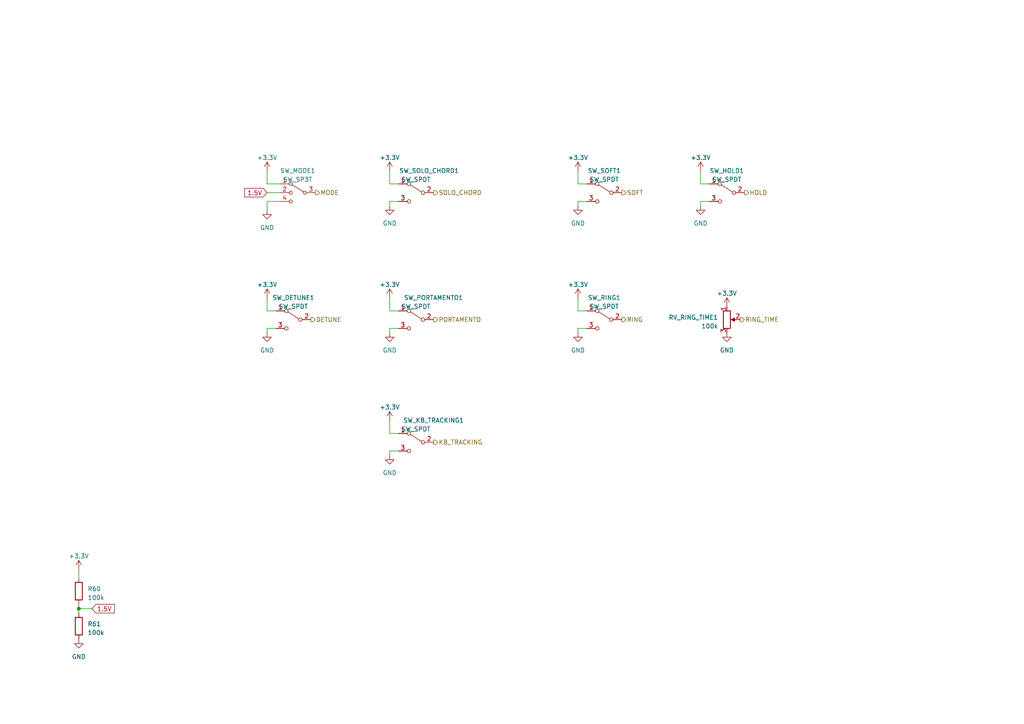
<source format=kicad_sch>
(kicad_sch (version 20230121) (generator eeschema)
  (paper "A4")
  (lib_symbols
    (symbol "Device:R" (pin_numbers hide) (pin_names (offset 0))
      (property "Reference" "R" (at 2.032 0 90))
      (property "Value" "R" (at 0 0 90))
      (symbol "R_0_1"
        (rectangle (start -1.016 -2.54) (end 1.016 2.54) (stroke (width 0.254)))
      )
      (symbol "R_1_1"
        (pin passive line (at 0 3.81 270) (length 1.27) (name "~") (number "1"))
        (pin passive line (at 0 -3.81 90) (length 1.27) (name "~") (number "2"))
      )
    )
    (symbol "Device:R_Potentiometer" (pin_names (offset 1.016) hide)
      (property "Reference" "RV" (at -4.445 0 90))
      (property "Value" "R_Potentiometer" (at -2.54 0 90))
      (symbol "R_Potentiometer_0_1"
        (polyline (pts (xy 2.54 0) (xy 1.524 0)))
        (polyline (pts (xy 1.143 0) (xy 2.286 0.508) (xy 2.286 -0.508) (xy 1.143 0)) (fill (type outline)))
        (rectangle (start 1.016 2.54) (end -1.016 -2.54) (stroke (width 0.254)))
      )
      (symbol "R_Potentiometer_1_1"
        (pin passive line (at 0 3.81 270) (length 1.27) (name "1") (number "1"))
        (pin passive line (at 3.81 0 180) (length 1.27) (name "2") (number "2"))
        (pin passive line (at 0 -3.81 90) (length 1.27) (name "3") (number "3"))
      )
    )
    (symbol "Switch:SW_SP3T" (pin_names (offset 0) hide)
      (property "Reference" "SW" (at 0 5.08 0))
      (property "Value" "SW_SP3T" (at 0 -5.08 0))
      (symbol "SW_SP3T_0_1"
        (circle (center -2.032 0) (radius 0.4572))
        (polyline (pts (xy -1.651 0.254) (xy 1.651 2.286)))
        (circle (center 2.032 -2.54) (radius 0.4572))
        (circle (center 2.032 0) (radius 0.4572))
        (circle (center 2.032 2.54) (radius 0.4572))
      )
      (symbol "SW_SP3T_1_1"
        (pin passive line (at 5.08 2.54 180) (length 2.54) (name "1") (number "1"))
        (pin passive line (at 5.08 0 180) (length 2.54) (name "2") (number "2"))
        (pin passive line (at -5.08 0 0) (length 2.54) (name "3") (number "3"))
        (pin passive line (at 5.08 -2.54 180) (length 2.54) (name "4") (number "4"))
      )
    )
    (symbol "Switch:SW_SPDT" (pin_names (offset 0) hide)
      (property "Reference" "SW" (at 0 4.318 0))
      (property "Value" "SW_SPDT" (at 0 -5.08 0))
      (symbol "SW_SPDT_0_0"
        (circle (center -2.032 0) (radius 0.508))
        (circle (center 2.032 -2.54) (radius 0.508))
      )
      (symbol "SW_SPDT_0_1"
        (polyline (pts (xy -1.524 0.254) (xy 1.651 2.286)))
        (circle (center 2.032 2.54) (radius 0.508))
      )
      (symbol "SW_SPDT_1_1"
        (pin passive line (at 5.08 2.54 180) (length 2.54) (name "A") (number "1"))
        (pin passive line (at -5.08 0 0) (length 2.54) (name "B") (number "2"))
        (pin passive line (at 5.08 -2.54 180) (length 2.54) (name "C") (number "3"))
      )
    )
    (symbol "power:+3.3V" (power) (pin_names (offset 0))
      (property "Value" "+3.3V" (at 0 3.556 0))
      (symbol "+3.3V_0_1"
        (polyline (pts (xy -0.762 1.27) (xy 0 2.54)))
        (polyline (pts (xy 0 0) (xy 0 2.54)))
        (polyline (pts (xy 0 2.54) (xy 0.762 1.27)))
      )
      (symbol "+3.3V_1_1"
        (pin power_in line (at 0 0 90) (length 0) hide (name "+3.3V") (number "1"))
      )
    )
    (symbol "power:GND" (power) (pin_names (offset 0))
      (property "Value" "GND" (at 0 -3.81 0))
      (symbol "GND_0_1"
        (polyline (pts (xy 0 0) (xy 0 -1.27) (xy 1.27 -1.27) (xy 0 -2.54) (xy -1.27 -1.27) (xy 0 -1.27)))
      )
      (symbol "GND_1_1"
        (pin power_in line (at 0 0 270) (length 0) hide (name "GND") (number "1"))
      )
    )
  )
  (junction (at 22.86 176.53))
  (wire (pts (xy 77.47 55.88) (xy 81.28 55.88)))
  (wire (pts (xy 167.64 86.36) (xy 167.64 90.17)))
  (wire (pts (xy 167.64 53.34) (xy 170.18 53.34)))
  (wire (pts (xy 113.03 58.42) (xy 113.03 59.69)))
  (wire (pts (xy 203.2 53.34) (xy 205.74 53.34)))
  (wire (pts (xy 113.03 90.17) (xy 115.57 90.17)))
  (wire (pts (xy 22.86 176.53) (xy 26.67 176.53)))
  (wire (pts (xy 77.47 58.42) (xy 81.28 58.42)))
  (wire (pts (xy 113.03 130.81) (xy 113.03 132.08)))
  (wire (pts (xy 203.2 49.53) (xy 203.2 53.34)))
  (wire (pts (xy 22.86 176.53) (xy 22.86 177.8)))
  (wire (pts (xy 170.18 58.42) (xy 167.64 58.42)))
  (wire (pts (xy 77.47 86.36) (xy 77.47 90.17)))
  (wire (pts (xy 113.03 53.34) (xy 115.57 53.34)))
  (wire (pts (xy 113.03 49.53) (xy 113.03 53.34)))
  (wire (pts (xy 167.64 90.17) (xy 170.18 90.17)))
  (wire (pts (xy 77.47 90.17) (xy 80.01 90.17)))
  (wire (pts (xy 167.64 49.53) (xy 167.64 53.34)))
  (wire (pts (xy 115.57 58.42) (xy 113.03 58.42)))
  (wire (pts (xy 205.74 58.42) (xy 203.2 58.42)))
  (wire (pts (xy 113.03 125.73) (xy 115.57 125.73)))
  (wire (pts (xy 167.64 58.42) (xy 167.64 59.69)))
  (wire (pts (xy 77.47 53.34) (xy 81.28 53.34)))
  (wire (pts (xy 22.86 165.1) (xy 22.86 167.64)))
  (wire (pts (xy 115.57 130.81) (xy 113.03 130.81)))
  (wire (pts (xy 115.57 95.25) (xy 113.03 95.25)))
  (wire (pts (xy 170.18 95.25) (xy 167.64 95.25)))
  (wire (pts (xy 80.01 95.25) (xy 77.47 95.25)))
  (wire (pts (xy 77.47 49.53) (xy 77.47 53.34)))
  (wire (pts (xy 77.47 60.96) (xy 77.47 58.42)))
  (wire (pts (xy 203.2 58.42) (xy 203.2 59.69)))
  (wire (pts (xy 113.03 121.92) (xy 113.03 125.73)))
  (wire (pts (xy 167.64 95.25) (xy 167.64 96.52)))
  (wire (pts (xy 113.03 86.36) (xy 113.03 90.17)))
  (wire (pts (xy 113.03 95.25) (xy 113.03 96.52)))
  (wire (pts (xy 22.86 175.26) (xy 22.86 176.53)))
  (wire (pts (xy 77.47 95.25) (xy 77.47 96.52)))
  (global_label "1.5V" (shape input) (at 26.67 176.53 0) (property "Intersheetrefs" "${INTERSHEET_REFS}" (effects hide)))
  (global_label "1.5V" (shape input) (at 77.47 55.88 180) (property "Intersheetrefs" "${INTERSHEET_REFS}" (effects hide)))
  (hierarchical_label "PORTAMENTO" (shape output) (at 125.73 92.71 0))
  (hierarchical_label "RING" (shape output) (at 180.34 92.71 0))
  (hierarchical_label "SOLO_CHORD" (shape output) (at 125.73 55.88 0))
  (hierarchical_label "SOFT" (shape output) (at 180.34 55.88 0))
  (hierarchical_label "MODE" (shape output) (at 91.44 55.88 0))
  (hierarchical_label "DETUNE" (shape output) (at 90.17 92.71 0))
  (hierarchical_label "HOLD" (shape output) (at 215.9 55.88 0))
  (hierarchical_label "KB_TRACKING" (shape output) (at 125.73 128.27 0))
  (hierarchical_label "RING_TIME" (shape output) (at 214.63 92.71 0))
  (symbol (lib_id "power:GND") (at 113.03 59.69 0) (unit 1)
    (property "Reference" "#PWR0106" (effects hide))
    (property "Value" "GND" (at 113.03 64.77 0))
  )
  (symbol (lib_id "Device:R") (at 22.86 181.61 0) (unit 1)
    (property "Reference" "R61" (at 25.4 180.975 0) (effects (justify left)))
    (property "Value" "100k" (at 25.4 183.515 0) (effects (justify left)))
  )
  (symbol (lib_id "power:+3.3V") (at 22.86 165.1 0) (unit 1)
    (property "Reference" "#PWR099" (effects hide))
    (property "Value" "+3.3V" (at 22.86 161.29 0))
  )
  (symbol (lib_id "Switch:SW_SPDT") (at 120.65 92.71 0) (mirror y) (unit 1)
    (property "Reference" "SW_PORTAMENTO1" (at 125.73 86.36 0))
    (property "Value" "SW_SPDT" (at 120.65 88.9 0))
  )
  (symbol (lib_id "Device:R_Potentiometer") (at 210.82 92.71 0) (unit 1)
    (property "Reference" "RV_RING_TIME1" (at 208.28 92.075 0) (effects (justify right)))
    (property "Value" "100k" (at 208.28 94.615 0) (effects (justify right)))
  )
  (symbol (lib_id "power:GND") (at 210.82 96.52 0) (unit 1)
    (property "Reference" "#PWR0118" (effects hide))
    (property "Value" "GND" (at 210.82 101.6 0))
  )
  (symbol (lib_id "power:GND") (at 167.64 96.52 0) (unit 1)
    (property "Reference" "#PWR0114" (effects hide))
    (property "Value" "GND" (at 167.64 101.6 0))
  )
  (symbol (lib_id "power:GND") (at 113.03 132.08 0) (unit 1)
    (property "Reference" "#PWR0110" (effects hide))
    (property "Value" "GND" (at 113.03 137.16 0))
  )
  (symbol (lib_id "Switch:SW_SPDT") (at 175.26 92.71 0) (mirror y) (unit 1)
    (property "Reference" "SW_RING1" (at 175.26 86.36 0))
    (property "Value" "SW_SPDT" (at 175.26 88.9 0))
  )
  (symbol (lib_id "power:+3.3V") (at 113.03 121.92 0) (unit 1)
    (property "Reference" "#PWR0109" (effects hide))
    (property "Value" "+3.3V" (at 113.03 118.11 0))
  )
  (symbol (lib_id "Switch:SW_SPDT") (at 210.82 55.88 0) (mirror y) (unit 1)
    (property "Reference" "SW_HOLD1" (at 210.82 49.53 0))
    (property "Value" "SW_SPDT" (at 210.82 52.07 0))
  )
  (symbol (lib_id "power:GND") (at 203.2 59.69 0) (unit 1)
    (property "Reference" "#PWR0116" (effects hide))
    (property "Value" "GND" (at 203.2 64.77 0))
  )
  (symbol (lib_id "power:GND") (at 113.03 96.52 0) (unit 1)
    (property "Reference" "#PWR0108" (effects hide))
    (property "Value" "GND" (at 113.03 101.6 0))
  )
  (symbol (lib_id "Switch:SW_SP3T") (at 86.36 55.88 0) (mirror y) (unit 1)
    (property "Reference" "SW_MODE1" (at 86.36 49.53 0))
    (property "Value" "SW_SP3T" (at 86.36 52.07 0))
  )
  (symbol (lib_id "Switch:SW_SPDT") (at 85.09 92.71 0) (mirror y) (unit 1)
    (property "Reference" "SW_DETUNE1" (at 85.09 86.36 0))
    (property "Value" "SW_SPDT" (at 85.09 88.9 0))
  )
  (symbol (lib_id "power:+3.3V") (at 167.64 49.53 0) (unit 1)
    (property "Reference" "#PWR0111" (effects hide))
    (property "Value" "+3.3V" (at 167.64 45.72 0))
  )
  (symbol (lib_id "power:+3.3V") (at 210.82 88.9 0) (unit 1)
    (property "Reference" "#PWR0117" (effects hide))
    (property "Value" "+3.3V" (at 210.82 85.09 0))
  )
  (symbol (lib_id "Switch:SW_SPDT") (at 175.26 55.88 0) (mirror y) (unit 1)
    (property "Reference" "SW_SOFT1" (at 175.26 49.53 0))
    (property "Value" "SW_SPDT" (at 175.26 52.07 0))
  )
  (symbol (lib_id "power:+3.3V") (at 167.64 86.36 0) (unit 1)
    (property "Reference" "#PWR0113" (effects hide))
    (property "Value" "+3.3V" (at 167.64 82.55 0))
  )
  (symbol (lib_id "Switch:SW_SPDT") (at 120.65 55.88 0) (mirror y) (unit 1)
    (property "Reference" "SW_SOLO_CHORD1" (at 124.46 49.53 0))
    (property "Value" "SW_SPDT" (at 120.65 52.07 0))
  )
  (symbol (lib_id "Device:R") (at 22.86 171.45 0) (unit 1)
    (property "Reference" "R60" (at 25.4 170.815 0) (effects (justify left)))
    (property "Value" "100k" (at 25.4 173.355 0) (effects (justify left)))
  )
  (symbol (lib_id "power:GND") (at 77.47 60.96 0) (unit 1)
    (property "Reference" "#PWR0102" (effects hide))
    (property "Value" "GND" (at 77.47 66.04 0))
  )
  (symbol (lib_id "power:+3.3V") (at 77.47 86.36 0) (unit 1)
    (property "Reference" "#PWR0103" (effects hide))
    (property "Value" "+3.3V" (at 77.47 82.55 0))
  )
  (symbol (lib_id "power:+3.3V") (at 113.03 86.36 0) (unit 1)
    (property "Reference" "#PWR0107" (effects hide))
    (property "Value" "+3.3V" (at 113.03 82.55 0))
  )
  (symbol (lib_id "power:GND") (at 22.86 185.42 0) (unit 1)
    (property "Reference" "#PWR0100" (effects hide))
    (property "Value" "GND" (at 22.86 190.5 0))
  )
  (symbol (lib_id "power:GND") (at 77.47 96.52 0) (unit 1)
    (property "Reference" "#PWR0104" (effects hide))
    (property "Value" "GND" (at 77.47 101.6 0))
  )
  (symbol (lib_id "Switch:SW_SPDT") (at 120.65 128.27 0) (mirror y) (unit 1)
    (property "Reference" "SW_KB_TRACKING1" (at 125.73 121.92 0))
    (property "Value" "SW_SPDT" (at 120.65 124.46 0))
  )
  (symbol (lib_id "power:+3.3V") (at 77.47 49.53 0) (unit 1)
    (property "Reference" "#PWR0101" (effects hide))
    (property "Value" "+3.3V" (at 77.47 45.72 0))
  )
  (symbol (lib_id "power:GND") (at 167.64 59.69 0) (unit 1)
    (property "Reference" "#PWR0112" (effects hide))
    (property "Value" "GND" (at 167.64 64.77 0))
  )
  (symbol (lib_id "power:+3.3V") (at 203.2 49.53 0) (unit 1)
    (property "Reference" "#PWR0115" (effects hide))
    (property "Value" "+3.3V" (at 203.2 45.72 0))
  )
  (symbol (lib_id "power:+3.3V") (at 113.03 49.53 0) (unit 1)
    (property "Reference" "#PWR0105" (effects hide))
    (property "Value" "+3.3V" (at 113.03 45.72 0))
  )
)
</source>
